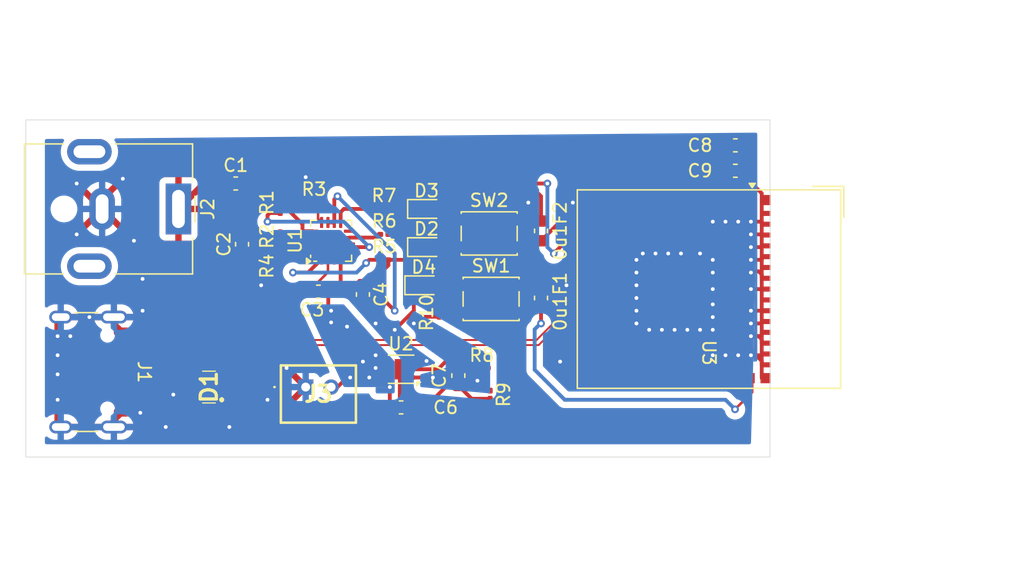
<source format=kicad_pcb>
(kicad_pcb (version 20241229) (generator "pcbnew") (generator_version "9.0")
  (layers (0 "F.Cu" signal) (4 "In1.Cu" signal) (6 "In2.Cu" signal) (2 "B.Cu" signal) (13 "F.Paste" user) (15 "B.Paste" user) (5 "F.SilkS" user "F.Silkscreen") (7 "B.SilkS" user "B.Silkscreen") (1 "F.Mask" user) (3 "B.Mask" user) (25 "Edge.Cuts" user))
  (net 0 "")
  (net 1 "Net-(U3-EN)")
  (net 2 "GND")
  (net 3 "Net-(U3-IO0)")
  (net 4 "/5VIN")
  (net 5 "Net-(C3-Pad2)")
  (net 6 "/BAT")
  (net 7 "Net-(D2-A)")
  (net 8 "/3V3")
  (net 9 "Net-(U3-3V3)")
  (net 11 "/USB_N")
  (net 12 "/USB_P")
  (net 14 "Net-(D2-K)")
  (net 15 "Net-(D3-K)")
  (net 24 "Net-(U1-EN1)")
  (net 25 "Net-(U1-TMR)")
  (net 26 "Net-(U1-ILIM)")
  (net 27 "Net-(U1-ISET)")
  (net 28 "Net-(U1-TS)")
  (net 29 "Net-(U1-~{PGOOD})")
  (net 30 "/CHG_STATUS")
  (net 31 "Net-(U2-FB)")
  (net 32 "Net-(D4-A)")
  (footprint "Resistor_SMD:R_0201_0603Metric" (layer "F.Cu") (at 155.155 98.5)
    (property "Reference" "R3")
    (property "Value" "1kR")
  )
  (footprint "Button_Switch_SMD:SW_SPST_PTS810" (layer "F.Cu") (at 169.075 106.075)
    (property "Reference" "SW1")
    (property "Value" "SW_Push")
  )
  (footprint "LED_SMD:LED_0603_1608Metric" (layer "F.Cu") (at 163.7875 105)
    (property "Reference" "D4")
    (property "Value" "LED")
  )
  (footprint "Capacitor_SMD:C_0603_1608Metric" (layer "F.Cu") (at 188.275 94)
    (property "Reference" "C8")
    (property "Value" "C")
  )
  (footprint "Resistor_SMD:R_0201_0603Metric" (layer "F.Cu") (at 160.655 99)
    (property "Reference" "R7")
    (property "Value" "1k5R")
  )
  (footprint "Capacitor_SMD:C_0603_1608Metric" (layer "F.Cu") (at 149 97)
    (property "Reference" "C1")
    (property "Value" "C")
  )
  (footprint "Button_Switch_SMD:SW_SPST_PTS810" (layer "F.Cu") (at 168.925 100.925)
    (property "Reference" "SW2")
    (property "Value" "SW_Push")
  )
  (footprint "Capacitor_SMD:C_0603_1608Metric" (layer "F.Cu") (at 166.5 112.1 -90)
    (property "Reference" "C7")
    (property "Value" "1uF")
  )
  (footprint "libs:B2BPHKS" (layer "F.Cu") (at 154.5 113 180)
    (property "Reference" "J3")
    (property "Value" "B2B-PH-K-S" (hide yes))
  )
  (footprint "Capacitor_SMD:C_0603_1608Metric" (layer "F.Cu") (at 188.275 96)
    (property "Reference" "C9")
    (property "Value" "C")
  )
  (footprint "Resistor_SMD:R_0201_0603Metric" (layer "F.Cu") (at 160.68 101)
    (property "Reference" "R6")
    (property "Value" "1k5R")
  )
  (footprint "Connector_BarrelJack:BarrelJack_CUI_PJ-063AH_Horizontal" (layer "F.Cu") (at 144.5 99 -90)
    (property "Reference" "J2")
    (property "Value" "Barrel_Jack")
  )
  (footprint "Resistor_SMD:R_0201_0603Metric" (layer "F.Cu") (at 152.5 101.155 90)
    (property "Reference" "R2")
    (property "Value" "47kR")
  )
  (footprint "Capacitor_SMD:C_0603_1608Metric" (layer "F.Cu") (at 155.5 105.5 180)
    (property "Reference" "C3")
    (property "Value" "4u7F")
  )
  (footprint "LED_SMD:LED_0603_1608Metric" (layer "F.Cu") (at 164 102)
    (property "Reference" "D2")
    (property "Value" "LED")
  )
  (footprint "Capacitor_SMD:C_0603_1608Metric" (layer "F.Cu") (at 149.5 101.775 90)
    (property "Reference" "C2")
    (property "Value" "1uF")
  )
  (footprint "Resistor_SMD:R_0201_0603Metric" (layer "F.Cu") (at 152.5 102.845 90)
    (property "Reference" "R4")
    (property "Value" "1kR")
  )
  (footprint "Connector_USB:USB_C_Receptacle_GCT_USB4105-xx-A_16P_TopMnt_Horizontal" (layer "F.Cu") (at 136.32 111.82 -90)
    (property "Reference" "J1")
    (property "Value" "USB_C_Receptacle_USB2.0_16P")
  )
  (footprint "Package_DFN_QFN:VQFN-16-1EP_3x3mm_P0.5mm_EP1.6x1.6mm" (layer "F.Cu") (at 156.5 101.5 90)
    (property "Reference" "U1")
    (property "Value" "BQ24072RGT")
  )
  (footprint "Capacitor_SMD:C_0603_1608Metric" (layer "F.Cu") (at 173 100.725 90)
    (property "Reference" "0u1F2")
    (property "Value" "C")
  )
  (footprint "Capacitor_SMD:C_0603_1608Metric" (layer "F.Cu") (at 162 114.6)
    (property "Reference" "C6")
    (property "Value" "1uF")
  )
  (footprint "Resistor_SMD:R_0201_0603Metric" (layer "F.Cu") (at 168.5 111.5)
    (property "Reference" "R8")
    (property "Value" "R")
  )
  (footprint "LED_SMD:LED_0603_1608Metric" (layer "F.Cu") (at 164 99)
    (property "Reference" "D3")
    (property "Value" "LED")
  )
  (footprint "RF_Module:ESP32-S2-MINI-1" (layer "F.Cu") (at 186.2 105.3 -90)
    (property "Reference" "U3")
    (property "Value" "ESP32-S3-MINI-1")
  )
  (footprint "Capacitor_SMD:C_0603_1608Metric" (layer "F.Cu") (at 159 105.725 -90)
    (property "Reference" "C4")
    (property "Value" "4u7F")
  )
  (footprint "Package_SON:WSON-6-1EP_2x2mm_P0.65mm_EP1x1.6mm" (layer "F.Cu") (at 162 111.6 180)
    (property "Reference" "U2")
    (property "Value" "TLV75801PDRV")
  )
  (footprint "libs:ESD8104MUTAG" (layer "F.Cu") (at 146.9 113 90)
    (property "Reference" "D1")
    (property "Value" "ESD7104MUTAG" (hide yes))
  )
  (footprint "Resistor_SMD:R_0201_0603Metric" (layer "F.Cu") (at 169 113.6 -90)
    (property "Reference" "R9")
    (property "Value" "R")
  )
  (footprint "Resistor_SMD:R_0201_0603Metric" (layer "F.Cu") (at 160.68 103)
    (property "Reference" "R5")
    (property "Value" "10kR")
  )
  (footprint "Resistor_SMD:R_0201_0603Metric" (layer "F.Cu") (at 165 107.155 90)
    (property "Reference" "R10")
    (property "Value" "1k")
  )
  (footprint "Resistor_SMD:R_0201_0603Metric" (layer "F.Cu") (at 152.5 99 90)
    (property "Reference" "R1")
    (property "Value" "47kR")
  )
  (footprint "Capacitor_SMD:C_0603_1608Metric" (layer "F.Cu") (at 173 106 90)
    (property "Reference" "0u1F1")
    (property "Value" "C")
  )
  (gr_rect (start 132.5 92) (end 191 118.5) (stroke (width 0.05)) (fill no) (layer "Edge.Cuts"))
  (segment (start 172.625 107.15) (end 173 106.775) (width 0.3) (layer "F.Cu") (net 1))
  (segment (start 189.6 112.3) (end 189.6 113.4) (width 0.2) (layer "F.Cu") (net 1))
  (segment (start 171.15 107.15) (end 172.625 107.15) (width 0.3) (layer "F.Cu") (net 1))
  (segment (start 173 106.775) (end 173 108) (width 0.3) (layer "F.Cu") (net 1))
  (segment (start 167 107.15) (end 171.15 107.15) (width 0.3) (layer "F.Cu") (net 1))
  (segment (start 189.6 113.4) (end 188.25 114.75) (width 0.2) (layer "F.Cu") (net 1))
  (via (at 188.25 114.75) (size 0.6) (drill 0.3) (layers "F.Cu" "B.Cu") (net 1))
  (via (at 173 108) (size 0.6) (drill 0.3) (layers "F.Cu" "B.Cu") (net 1))
  (segment (start 174.86219 114) (end 175 114) (width 0.3) (layer "B.Cu") (net 1))
  (segment (start 172.96319 108) (end 172.5 108.46319) (width 0.3) (layer "B.Cu") (net 1))
  (segment (start 175 114) (end 187.5 114) (width 0.3) (layer "B.Cu") (net 1))
  (segment (start 172.5 108.46319) (end 172.5 111.63781) (width 0.3) (layer "B.Cu") (net 1))
  (segment (start 172.5 111.63781) (end 174.86219 114) (width 0.3) (layer "B.Cu") (net 1))
  (segment (start 173 108) (end 172.96319 108) (width 0.3) (layer "B.Cu") (net 1))
  (segment (start 187.5 114) (end 188.25 114.75) (width 0.3) (layer "B.Cu") (net 1))
  (segment (start 171.5 97.5) (end 167.5 97.5) (width 0.3) (layer "F.Cu") (net 2))
  (segment (start 137.5 107.5) (end 135 107.5) (width 0.5) (layer "F.Cu") (net 2))
  (segment (start 154 97) (end 154.5 96.5) (width 0.3) (layer "F.Cu") (net 2))
  (segment (start 185.3 105.3) (end 186.5 105.3) (width 0.3) (layer "F.Cu") (net 2))
  (segment (start 162.8875 110.95) (end 164 110.95) (width 0.3) (layer "F.Cu") (net 2))
  (segment (start 181.55 106.95) (end 180.5 108) (width 0.3) (layer "F.Cu") (net 2))
  (segment (start 190.101 103.901) (end 190.349 104.149) (width 0.3) (layer "F.Cu") (net 2))
  (segment (start 189.05 96.475) (end 190.349 97.774) (width 0.3) (layer "F.Cu") (net 2))
  (segment (start 189.5 101) (end 190.349 101) (width 0.3) (layer "F.Cu") (net 2))
  (segment (start 164.625 114.6) (end 164.625 113.875) (width 0.3) (layer "F.Cu") (net 2))
  (segment (start 135 116.14) (end 143.5 116.14) (width 0.5) (layer "F.Cu") (net 2))
  (segment (start 135 109) (end 135 110.5) (width 0.5) (layer "F.Cu") (net 2))
  (segment (start 189.05 96) (end 189.05 96.475) (width 0.3) (layer "F.Cu") (net 2))
  (segment (start 141.68 107.5) (end 137.5 107.5) (width 0.5) (layer "F.Cu") (net 2))
  (segment (start 182 105.3) (end 182 103.65) (width 0.3) (layer "F.Cu") (net 2))
  (segment (start 185.95 106.95) (end 186.5 107.5) (width 0.3) (layer "F.Cu") (net 2))
  (segment (start 141 101.5) (end 141.68 102.18) (width 0.5) (layer "F.Cu") (net 2))
  (segment (start 185.3 106.95) (end 185.3 105.3) (width 0.3) (layer "F.Cu") (net 2))
  (segment (start 167 105) (end 171.15 105) (width 0.3) (layer "F.Cu") (net 2))
  (segment (start 190.349 102) (end 190.349 112.3) (width 0.3) (layer "F.Cu") (net 2))
  (segment (start 141.68 102.18) (end 141.68 104.5) (width 0.5) (layer "F.Cu") (net 2))
  (segment (start 142.671968 115.02) (end 141.5 115.02) (width 0.2) (layer "F.Cu") (net 2))
  (segment (start 185.3 103.65) (end 183.65 103.65) (width 0.3) (layer "F.Cu") (net 2))
  (segment (start 138.5 98.25) (end 140.125 96.625) (width 0.5) (layer "F.Cu") (net 2))
  (segment (start 182 103.65) (end 183.65 103.65) (width 0.3) (layer "F.Cu") (net 2))
  (segment (start 152.5 103.165) (end 151.5 103.165) (width 0.2) (layer "F.Cu") (net 2))
  (segment (start 189.6 98.3) (end 188.75 98.3) (width 0.3) (layer "F.Cu") (net 2))
  (segment (start 141.5 115.02) (end 140 115.02) (width 0.2) (layer "F.Cu") (net 2))
  (segment (start 151.5 103.165) (end 150.115 103.165) (width 0.2) (layer "F.Cu") (net 2))
  (segment (start 162.775 114.6) (end 162 113.825) (width 0.5) (layer "F.Cu") (net 2))
  (segment (start 151.5 103.165) (end 151.5 102.475) (width 0.3) (layer "F.Cu") (net 2))
  (segment (start 189.5 107) (end 190.349 107) (width 0.3) (layer "F.Cu") (net 2))
  (segment (start 153.335 97) (end 154.835 98.5) (width 0.3) (layer "F.Cu") (net 2))
  (segment (start 182 106.95) (end 181.55 106.95) (width 0.3) (layer "F.Cu") (net 2))
  (segment (start 171.5 98) (end 172 98.5) (width 0.3) (layer "F.Cu") (net 2))
  (segment (start 139.425 115.595) (end 140 115.02) (width 0.5) (layer "F.Cu") (net 2))
  (segment (start 182 106.95) (end 182 108) (width 0.3) (layer "F.Cu") (net 2))
  (segment (start 182 103.65) (end 180.85 103.65) (width 0.3) (layer "F.Cu") (net 2))
  (segment (start 151.5 104.5) (end 151 105) (width 0.3) (layer "F.Cu") (net 2))
  (segment (start 151.5 103.165) (end 151.5 104.5) (width 0.3) (layer "F.Cu") (net 2))
  (segment (start 166.85 98.15) (end 166.85 99.85) (width 0.3) (layer "F.Cu") (net 2))
  (segment (start 189.5 110.5) (end 189.9 110.5) (width 0.3) (layer "F.Cu") (net 2))
  (segment (start 187.5 100) (end 188.75 98.75) (width 0.3) (layer "F.Cu") (net 2))
  (segment (start 149.775 95.275) (end 149.775 97) (width 0.5) (layer "F.Cu") (net 2))
  (segment (start 142.25 94.5) (end 149 94.5) (width 0.5) (layer "F.Cu") (net 2))
  (segment (start 185.85 103.65) (end 186.5 103) (width 0.3) (layer "F.Cu") (net 2))
  (segment (start 183.65 106.95) (end 182 106.95) (width 0.3) (layer "F.Cu") (net 2))
  (segment (start 190.349 101) (end 190.349 101.05) (width 0.3) (layer "F.Cu") (net 2))
  (segment (start 189.5 100) (end 190.349 100) (width 0.3) (layer "F.Cu") (net 2))
  (segment (start 185.3 105.3) (end 185.3 103.65) (width 0.3) (layer "F.Cu") (net 2))
  (segment (start 183.65 103.15) (end 183 102.5) (width 0.3) (layer "F.Cu") (net 2))
  (segment (start 171.5 97.5) (end 171.5 98) (width 0.3) (layer "F.Cu") (net 2))
  (segment (start 190.349 109) (end 190.349 108.7) (width 0.3) (layer "F.Cu") (net 2))
  (segment (start 183.65 105.3) (end 185.3 105.3) (width 0.3) (layer "F.Cu") (net 2))
  (segment (start 188.5 100) (end 189.5 100) (width 0.3) (layer "F.Cu") (net 2))
  (segment (start 190.349 108) (end 190.349 107.85) (width 0.3) (layer "F.Cu") (net 2))
  (segment (start 189.9 110.5) (end 190.349 110.949) (width 0.3) (layer "F.Cu") (net 2))
  (segment (start 187.5 111.9) (end 187.9 112.3) (width 0.3) (layer "F.Cu") (net 2))
  (segment (start 183.65 103.65) (end 183.65 103.15) (width 0.3) (layer "F.Cu") (net 2))
  (segment (start 151.5 102.475) (end 152.5 101.475) (width 0.3) (layer "F.Cu") (net 2))
  (segment (start 189.5 108) (end 190.349 108) (width 0.3) (layer "F.Cu") (net 2))
  (segment (start 185.3 106.95) (end 185.3 107.3) (width 0.3) (layer "F.Cu") (net 2))
  (segment (start 190.349 110.5) (end 190.349 110.4) (width 0.3) (layer "F.Cu") (net 2))
  (segment (start 159 106.5) (end 159 107) (width 0.3) (layer "F.Cu") (net 2))
  (segment (start 167.545 113.92) (end 169 113.92) (width 0.3) (layer "F.Cu") (net 2))
  (segment (start 141.68 104.5) (end 141.68 107) (width 0.5) (layer "F.Cu") (net 2))
  (segment (start 186.15 103.65) (end 186.5 104) (width 0.3) (layer "F.Cu") (net 2))
  (segment (start 182 103.65) (end 182 102.5) (width 0.3) (layer "F.Cu") (net 2))
  (segment (start 190.349 97.774) (end 190.349 102) (width 0.3) (layer "F.Cu") (net 2))
  (segment (start 183.65 106.95) (end 185.3 106.95) (width 0.3) (layer "F.Cu") (net 2))
  (segment (start 139.425 108.045) (end 140 108.62) (width 0.5) (layer "F.Cu") (net 2))
  (segment (start 190.349 109.249) (end 190.349 109.55) (width 0.3) (layer "F.Cu") (net 2))
  (segment (start 189.5 109) (end 190.1 109) (width 0.3) (layer "F.Cu") (net 2))
  (segment (start 173 105.225) (end 171.375 105.225) (width 0.3) (layer "F.Cu") (net 2))
  (segment (start 185.3 106.95) (end 185.95 106.95) (width 0.3) (layer "F.Cu") (net 2))
  (segment (start 183.65 102.85) (end 184 102.5) (width 0.3) (layer "F.Cu") (net 2))
  (segment (start 144.691968 113) (end 144.095984 113.595984) (width 0.2) (layer "F.Cu") (net 2))
  (segment (start 154.5 113) (end 153 111.5) (width 0.5) (layer "F.Cu") (net 2))
  (segment (start 190.349 104.149) (end 190.349 104.45) (width 0.3) (layer "F.Cu") (net 2))
  (segment (start 183.65 106.95) (end 183.65 107.65) (width 0.3) (layer "F.Cu") (net 2))
  (segment (start 186.5 110.5) (end 187.05 111.05) (width 0.3) (layer "F.Cu") (net 2))
  (segment (start 190.349 100) (end 190.349 100.2) (width 0.3) (layer "F.Cu") (net 2))
  (segment (start 152 114.5) (end 151.5 114) (width 0.5) (layer "F.Cu") (net 2))
  (segment (start 176.65 112.3) (end 175.8 112.3) (width 0.3) (layer "F.Cu") (net 2))
  (segment (start 161 108) (end 161.5 108.5) (width 0.3) (layer "F.Cu") (net 2))
  (segment (start 163 107) (end 161.5 108.5) (width 0.3) (layer "F.Cu") (net 2))
  (segment (start 182 106.95) (end 180.55 106.95) (width 0.3) (layer "F.Cu") (net 2))
  (segment (start 175.7 98.3) (end 175.5 98.5) (width 0.3) (layer "F.Cu") (net 2))
  (segment (start 181.15 103.65) (end 180.5 103) (width 0.3) (layer "F.Cu") (net 2))
  (segment (start 166.5 112.875) (end 167.545 113.92) (width 0.3) (layer "F.Cu") (net 2))
  (segment (start 135 114) (end 135 116.14) (width 0.5) (layer "F.Cu") (net 2))
  (segment (start 189.599 103.901) (end 190.101 103.901) (width 0.3) (layer "F.Cu") (net 2))
  (segment (start 162 111.6) (end 162.65 110.95) (width 0.3) (layer "F.Cu") (net 2))
  (segment (start 183.65 108.35) (end 183.5 108.5) (width 0.3) (layer "F.Cu") (net 2))
  (segment (start 185.3 106.95) (end 186.05 106.95) (width 0.3) (layer "F.Cu") (net 2))
  (segment (start 182 108) (end 181.5 108.5) (width 0.3) (layer "F.Cu") (net 2))
  (segment (start 187.05 111.05) (end 187.05 112.3) (width 0.3) (layer "F.Cu") (net 2))
  (segment (start 138.5 99) (end 136.5 101) (width 0.5) (layer "F.Cu") (net 2))
  (segment (start 183.65 106.95) (end 183.65 108.35) (width 0.3) (layer "F.Cu") (net 2))
  (segment (start 180.55 106.95) (end 180.5 107) (width 0.3) (layer "F.Cu") (net 2))
  (segment (start 151.36 116.14) (end 152 115.5) (width 0.5) (layer "F.Cu") (net 2))
  (segment (start 144.095984 113.595984) (end 142.671968 115.02) (width 0.2) (layer "F.Cu") (net 2))
  (segment (start 164.625 113.875) (end 165.625 112.875) (width 0.3) (layer "F.Cu") (net 2))
  (segment (start 183.65 103.65) (end 183.65 102.85) (width 0.3) (layer "F.Cu") (net 2))
  (segment (start 173 105.225) (end 174.775 105.225) (width 0.3) (layer "F.Cu") (net 2))
  (segment (start 135 112) (end 135 114) (width 0.5) (layer "F.Cu") (net 2))
  (segment (start 173 99.95) (end 173 98) (width 0.3) (layer "F.Cu") (net 2))
  (segment (start 146.5 113) (end 144.691968 113) (width 0.2) (layer "F.Cu") (net 2))
  (segment (start 150.115 103.165) (end 149.5 102.55) (width 0.2) (layer "F.Cu") (net 2))
  (segment (start 180.85 103.65) (end 180.5 104) (width 0.3) (layer "F.Cu") (net 2))
  (segment (start 182 103.65) (end 182 103.5) (width 0.3) (layer "F.Cu") (net 2))
  (segment (start 171 99.85) (end 166.85 99.85) (width 0.3) (layer "F.Cu") (net 2))
  (segment (start 152 115.5) (end 154.5 113) (width 0.5) (layer "F.Cu") (net 2))
  (segment (start 185.3 103.65) (end 185.3 102.7) (width 0.3) (layer "F.Cu") (net 2))
  (segment (start 149.775 97) (end 153.335 97) (width 0.3) (layer "F.Cu") (net 2))
  (segment (start 187.5 110.5) (end 187.5 111.9) (width 0.3) (layer "F.Cu") (net 2))
  (segment (start 135 110.5) (end 135 112) (width 0.5) (layer "F.Cu") (net 2))
  (segment (start 167.5 97.5) (end 166.85 98.15) (width 0.3) (layer "F.Cu") (net 2))
  (segment (start 189.5 104) (end 189.599 103.901) (width 0.3) (layer "F.Cu") (net 2))
  (segment (start 185.3 107.3) (end 186.5 108.5) (width 0.3) (layer "F.Cu") (net 2))
  (segment (start 189.5 102) (end 190.349 102) (width 0.3) (layer "F.Cu") (net 2))
  (segment (start 182 105.3) (end 180.8 105.3) (width 0.3) (layer "F.Cu") (net 2))
  (segment (start 181.2 105.3) (end 180.5 106) (width 0.3) (layer "F.Cu") (net 2))
  (segment (start 185.3 102.7) (end 185.5 102.5) (width 0.3) (layer "F.Cu") (net 2))
  (segment (start 135 107.5) (end 135 109) (width 0.5) (layer "F.Cu") (net 2))
  (segment (start 174.775 105.225) (end 175 105) (width 0.3) (layer "F.Cu") (net 2))
  (segment (start 185.3 103.65) (end 185.85 103.65) (width 0.3) (layer "F.Cu") (net 2))
  (segment (start 182 103.5) (end 181 102.5) (width 0.3) (layer "F.Cu") (net 2))
  (segment (start 185.3 103.65) (end 186.15 103.65) (width 0.3) (layer "F.Cu") (net 2))
  (segment (start 183.65 105.3) (end 183.65 106.95) (width 0.3) (layer "F.Cu") (net 2))
  (segment (start 149 94.5) (end 149.775 95.275) (width 0.5) (layer "F.Cu") (net 2))
  (segment (start 147.3 113) (end 146.5 113) (width 0.3) (layer "F.Cu") (net 2))
  (segment (start 163 105) (end 163 107) (width 0.3) (layer "F.Cu") (net 2))
  (segment (start 172.5 97.5) (end 171.5 97.5) (width 0.3) (layer "F.Cu") (net 2))
  (segment (start 173 99.95) (end 171.1 99.95) (width 0.3) (layer "F.Cu") (net 2))
  (segment (start 190.349 110.949) (end 190.349 111.25) (width 0.3) (layer "F.Cu") (net 2))
  (segment (start 138.5 99) (end 141 101.5) (width 0.5) (layer "F.Cu") (net 2))
  (segment (start 189.5 103) (end 190.349 103) (width 0.3) (layer "F.Cu") (net 2))
  (segment (start 140.125 96.625) (end 142.25 94.5) (width 0.5) (layer "F.Cu") (net 2))
  (segment (start 182 103.65) (end 181.15 103.65) (width 0.3) (layer "F.Cu") (net 2))
  (segment (start 190.1 109) (end 190.349 109.249) (width 0.3) (layer "F.Cu") (net 2))
  (segment (start 159 106.5) (end 157.25 104.75) (width 0.3) (layer "F.Cu") (net 2))
  (segment (start 182 105.3) (end 181.2 105.3) (width 0.3) (layer "F.Cu") (net 2))
  (segment (start 173 98) (end 172.5 97.5) (width 0.3) (layer "F.Cu") (net 2))
  (segment (start 162 113.825) (end 162 111.6) (width 0.5) (layer "F.Cu") (net 2))
  (segment (start 189.5 110.5) (end 190.349 110.5) (width 0.3) (layer "F.Cu") (net 2))
  (segment (start 138.5 99) (end 138.5 98.25) (width 0.5) (layer "F.Cu") (net 2))
  (segment (start 139.425 116.14) (end 139.425 115.595) (width 0.5) (layer "F.Cu") (net 2))
  (segment (start 175.8 112.3) (end 174.5 111) (width 0.3) (layer "F.Cu") (net 2))
  (segment (start 186.5 105.3) (end 189.5 105.3) (width 0.3) (layer "F.Cu") (net 2))
  (segment (start 185.3 108.3) (end 185.5 108.5) (width 0.3) (layer "F.Cu") (net 2))
  (segment (start 171.375 105.225) (end 171.15 105) (width 0.3) (layer "F.Cu") (net 2))
  (segment (start 188.75 98.75) (end 188.75 98.3) (width 0.3) (layer "F.Cu") (net 2))
  (segment (start 182 105.3) (end 183.65 105.3) (width 0.3) (layer "F.Cu") (net 2))
  (segment (start 143.5 116.14) (end 148.5 116.14) (width 0.5) (layer "F.Cu") (net 2))
  (segment (start 139.425 107.5) (end 139.425 108.045) (width 0.5) (layer "F.Cu") (net 2))
  (segment (start 159 107) (end 160 108) (width 0.3) (layer "F.Cu") (net 2))
  (segment (start 189.05 94) (end 189.05 96) (width 0.3) (layer "F.Cu") (net 2))
  (segment (start 182 106.95) (end 182 105.3) (width 0.3) (layer "F.Cu") (net 2))
  (segment (start 162.775 114.6) (end 164.625 114.6) (width 0.3) (layer "F.Cu") (net 2))
  (segment (start 182 108) (end 182.5 108.5) (width 0.3) (layer "F.Cu") (net 2))
  (segment (start 138.5 99) (end 136.5 97) (width 0.5) (layer "F.Cu") (net 2))
  (segment (start 157.25 104.75) (end 157.25 102.9375) (width 0.3) (layer "F.Cu") (net 2))
  (segment (start 183.65 107.65) (end 184.5 108.5) (width 0.3) (layer "F.Cu") (net 2))
  (segment (start 189.5 109) (end 190.349 109) (width 0.3) (layer "F.Cu") (net 2))
  (segment (start 183.65 103.65) (end 183.65 105.3) (width 0.3) (layer "F.Cu") (net 2))
  (segment (start 190.349 103) (end 190.349 102.75) (width 0.3) (layer "F.Cu") (net 2))
  (segment (start 180.8 105.3) (end 180.5 105) (width 0.3) (layer "F.Cu") (net 2))
  (segment (start 171.1 99.95) (end 171 99.85) (width 0.3) (layer "F.Cu") (net 2))
  (segment (start 185.3 106.95) (end 185.3 108.3) (width 0.3) (layer "F.Cu") (net 2))
  (segment (start 186.05 106.95) (end 186.5 106.5) (width 0.3) (layer "F.Cu") (net 2))
  (segment (start 141.68 107) (end 141.68 107.5) (width 0.5) (layer "F.Cu") (net 2))
  (segment (start 153.335 97) (end 154 97) (width 0.3) (layer "F.Cu") (net 2))
  (segment (start 148.5 116.14) (end 151.36 116.14) (width 0.5) (layer "F.Cu") (net 2))
  (segment (start 152 115.5) (end 152 114.5) (width 0.5) (layer "F.Cu") (net 2))
  (segment (start 162.65 110.95) (end 162.8875 110.95) (width 0.3) (layer "F.Cu") (net 2))
  (segment (start 189.5 105.3) (end 190.349 105.3) (width 0.3) (layer "F.Cu") (net 2))
  (segment (start 176.65 98.3) (end 175.7 98.3) (width 0.3) (layer "F.Cu") (net 2))
  (segment (start 165.625 112.875) (end 166.5 112.875) (width 0.3) (layer "F.Cu") (net 2))
  (segment (start 160 108) (end 161 108) (width 0.3) (layer "F.Cu") (net 2))
  (via (at 189.5 109) (size 0.6) (drill 0.3) (layers "F.Cu" "B.Cu") (net 2))
  (via (at 189.5 110.5) (size 0.6) (drill 0.3) (layers "F.Cu" "B.Cu") (net 2))
  (via (at 189.5 108) (size 0.6) (drill 0.3) (layers "F.Cu" "B.Cu") (net 2))
  (via (at 175 105) (size 0.6) (drill 0.3) (layers "F.Cu" "B.Cu") (net 2))
  (via (at 141.5 115.02) (size 0.6) (drill 0.3) (layers "F.Cu" "B.Cu") (net 2))
  (via (at 136.5 97) (size 0.6) (drill 0.3) (layers "F.Cu" "B.Cu") (net 2))
  (via (at 180.5 105) (size 0.6) (drill 0.3) (layers "F.Cu" "B.Cu") (net 2))
  (via (at 186.5 110.5) (size 0.6) (drill 0.3) (layers "F.Cu" "B.Cu") (net 2))
  (via (at 180.5 108) (size 0.6) (drill 0.3) (layers "F.Cu" "B.Cu") (net 2))
  (via (at 174.5 111) (size 0.6) (drill 0.3) (layers "F.Cu" "B.Cu") (net 2))
  (via (at 180.5 106) (size 0.6) (drill 0.3) (layers "F.Cu" "B.Cu") (net 2))
  (via (at 189.5 105.3) (size 0.6) (drill 0.3) (layers "F.Cu" "B.Cu") (net 2))
  (via (at 189.5 101) (size 0.6) (drill 0.3) (layers "F.Cu" "B.Cu") (net 2))
  (via (at 183 102.5) (size 0.6) (drill 0.3) (layers "F.Cu" "B.Cu") (net 2))
  (via (at 154.5 96.5) (size 0.6) (drill 0.3) (layers "F.Cu" "B.Cu") (net 2))
  (via (at 186.5 108.5) (size 0.6) (drill 0.3) (layers "F.Cu" "B.Cu") (net 2))
  (via (at 144.095984 113.595984) (size 0.6) (drill 0.3) (layers "F.Cu" "B.Cu") (net 2))
  (via (at 148.5 116.14) (size 0.6) (drill 0.3) (layers "F.Cu" "B.Cu") (net 2))
  (via (at 141.68 107) (size 0.6) (drill 0.3) (layers "F.Cu" "B.Cu") (net 2))
  (via (at 136.5 101) (size 0.6) (drill 0.3) (layers "F.Cu" "B.Cu") (net 2))
  (via (at 180.5 107) (size 0.6) (drill 0.3) (layers "F.Cu" "B.Cu") (net 2))
  (via (at 164 110.95) (size 0.6) (drill 0.3) (layers "F.Cu" "B.Cu") (net 2))
  (via (at 186.5 105.3) (size 0.6) (drill 0.3) (layers "F.Cu" "B.Cu") (net 2))
  (via (at 184.5 108.5) (size 0.6) (drill 0.3) (layers "F.Cu" "B.Cu") (net 2))
  (via (at 153 111.5) (size 0.6) (drill 0.3) (layers "F.Cu" "B.Cu") (net 2))
  (via (at 189.5 102) (size 0.6) (drill 0.3) (layers "F.Cu" "B.Cu") (net 2))
  (via (at 185.5 108.5) (size 0.6) (drill 0.3) (layers "F.Cu" "B.Cu") (net 2))
  (via (at 137.5 107.5) (size 0.6) (drill 0.3) (layers "F.Cu" "B.Cu") (net 2))
  (via (at 141.68 104.5) (size 0.6) (drill 0.3) (layers "F.Cu" "B.Cu") (net 2))
  (via (at 161.5 108.5) (size 0.6) (drill 0.3) (layers "F.Cu" "B.Cu") (net 2))
  (via (at 189.5 107) (size 0.6) (drill 0.3) (layers "F.Cu" "B.Cu") (net 2))
  (via (at 140.125 96.625) (size 0.6) (drill 0.3) (layers "F.Cu" "B.Cu") (net 2))
  (via (at 181.5 108.5) (size 0.6) (drill 0.3) (layers "F.Cu" "B.Cu") (net 2))
  (via (at 135 109) (size 0.6) (drill 0.3) (layers "F.Cu" "B.Cu") (net 2))
  (via (at 182 102.5) (size 0.6) (drill 0.3) (layers "F.Cu" "B.Cu") (net 2))
  (via (at 188.5 110.5) (size 0.6) (drill 0.3) (layers "F.Cu" "B.Cu") (net 2))
  (via (at 186.5 107.5) (size 0.6) (drill 0.3) (layers "F.Cu" "B.Cu") (net 2))
  (via (at 186.5 103) (size 0.6) (drill 0.3) (layers "F.Cu" "B.Cu") (net 2))
  (via (at 181 102.5) (size 0.6) (drill 0.3) (layers "F.Cu" "B.Cu") (net 2))
  (via (at 151 105) (size 0.6) (drill 0.3) (layers "F.Cu" "B.Cu") (net 2))
  (via (at 180.5 104) (size 0.6) (drill 0.3) (layers "F.Cu" "B.Cu") (net 2))
  (via (at 185.5 102.5) (size 0.6) (drill 0.3) (layers "F.Cu" "B.Cu") (net 2))
  (via (at 143.5 116.14) (size 0.6) (drill 0.3) (layers "F.Cu" "B.Cu") (net 2))
  (via (at 187.5 110.5) (size 0.6) (drill 0.3) (layers "F.Cu" "B.Cu") (net 2))
  (via (at 135 112) (size 0.6) (drill 0.3) (layers "F.Cu" "B.Cu") (net 2))
  (via (at 187.5 100) (size 0.6) (drill 0.3) (layers "F.Cu" "B.Cu") (net 2))
  (via (at 180.5 103) (size 0.6) (drill 0.3) (layers "F.Cu" "B.Cu") (net 2))
  (via (at 175.5 98.5) (size 0.6) (drill 0.3) (layers "F.Cu" "B.Cu") (net 2))
  (via (at 189.5 100) (size 0.6) (drill 0.3) (layers "F.Cu" "B.Cu") (net 2))
  (via (at 141 101.5) (size 0.6) (drill 0.3) (layers "F.Cu" "B.Cu") (net 2))
  (via (at 135 110.5) (size 0.6) (drill 0.3) (layers "F.Cu" "B.Cu") (net 2))
  (via (at 186.5 104) (size 0.6) (drill 0.3) (layers "F.Cu" "B.Cu") (net 2))
  (via (at 186.5 106.5) (size 0.6) (drill 0.3) (layers "F.Cu" "B.Cu") (net 2))
  (via (at 151.5 114) (size 0.6) (drill 0.3) (layers "F.Cu" "B.Cu") (net 2))
  (via (at 135 114) (size 0.6) (drill 0.3) (layers "F.Cu" "B.Cu") (net 2))
  (via (at 189.5 103) (size 0.6) (drill 0.3) (layers "F.Cu" "B.Cu") (net 2))
  (via (at 186.5 100) (size 0.6) (drill 0.3) (layers "F.Cu" "B.Cu") (net 2))
  (via (at 182.5 108.5) (size 0.6) (drill 0.3) (layers "F.Cu" "B.Cu") (net 2))
  (via (at 184 102.5) (size 0.6) (drill 0.3) (layers "F.Cu" "B.Cu") (net 2))
  (via (at 183.5 108.5) (size 0.6) (drill 0.3) (layers "F.Cu" "B.Cu") (net 2))
  (via (at 136 109) (size 0.6) (drill 0.3) (layers "F.Cu" "B.Cu") (net 2))
  (via (at 188.5 100) (size 0.6) (drill 0.3) (layers "F.Cu" "B.Cu") (net 2))
  (via (at 172 98.5) (size 0.6) (drill 0.3) (layers "F.Cu" "B.Cu") (net 2))
  (via (at 160 108) (size 0.6) (drill 0.3) (layers "F.Cu" "B.Cu") (net 2))
  (via (at 189.5 104) (size 0.6) (drill 0.3) (layers "F.Cu" "B.Cu") (net 2))
  (segment (start 161.5 108.5) (end 162 108.5) (width 0.3) (layer "B.Cu") (net 2))
  (segment (start 162.349 108.849) (end 162.5 109) (width 0.3) (layer "B.Cu") (net 2))
  (segment (start 162 108.5) (end 162.5 109) (width 0.3) (layer "B.Cu") (net 2))
  (segment (start 174.5 97) (end 186.45 97) (width 0.3) (layer "F.Cu") (net 3))
  (segment (start 171 102) (end 172.5 102) (width 0.3) (layer "F.Cu") (net 3))
  (segment (start 171 102) (end 166.85 102) (width 0.3) (layer "F.Cu") (net 3))
  (segment (start 172.5 102) (end 173 101.5) (width 0.3) (layer "F.Cu") (net 3))
  (segment (start 174.5 100) (end 174.5 97) (width 0.3) (layer "F.Cu") (net 3))
  (segment (start 187.05 97.6) (end 187.05 98.3) (width 0.3) (layer "F.Cu") (net 3))
  (segment (start 186.45 97) (end 187.05 97.6) (width 0.3) (layer "F.Cu") (net 3))
  (segment (start 173 101.5) (end 174.5 100) (width 0.3) (layer "F.Cu") (net 3))
  (segment (start 149.5 101) (end 149.5 99.5) (width 0.3) (layer "F.Cu") (net 4))
  (segment (start 148.165704 112.474) (end 147.3 112.474) (width 0.2) (layer "F.Cu") (net 4))
  (segment (start 146.5 97) (end 144.5 99) (width 0.5) (layer "F.Cu") (net 4))
  (segment (start 152.730582 98.68) (end 154.25 100.199418) (width 0.3) (layer "F.Cu") (net 4))
  (segment (start 148.319852 108.180148) (end 148.319852 112.319852) (width 0.3) (layer "F.Cu") (net 4))
  (segment (start 148.5 108) (end 148.319852 108.180148) (width 0.3) (layer "F.Cu") (net 4))
  (segment (start 149.5 99.5) (end 150.32 98.68) (width 0.3) (layer "F.Cu") (net 4))
  (segment (start 149.5 101) (end 146.5 101) (width 0.5) (layer "F.Cu") (net 4))
  (segment (start 154.25 100.75) (end 155.0625 100.75) (width 0.3) (layer "F.Cu") (net 4))
  (segment (start 152.5 98.68) (end 152.730582 98.68) (width 0.3) (layer "F.Cu") (net 4))
  (segment (start 148.225 97) (end 146.5 97) (width 0.5) (layer "F.Cu") (net 4))
  (segment (start 150.32 98.68) (end 152.5 98.68) (width 0.3) (layer "F.Cu") (net 4))
  (segment (start 154.25 100.199418) (end 154.25 100.75) (width 0.3) (layer "F.Cu") (net 4))
  (segment (start 148.319852 112.319852) (end 148.165704 112.474) (width 0.2) (layer "F.Cu") (net 4))
  (segment (start 156.25 103.975) (end 154.725 105.5) (width 0.2) (layer "F.Cu") (net 5))
  (segment (start 156.25 102.9375) (end 156.25 103.975) (width 0.2) (layer "F.Cu") (net 5))
  (segment (start 160 111.5) (end 160 111.875001) (width 0.3) (layer "F.Cu") (net 6))
  (segment (start 160 110.5) (end 160 111.5) (width 0.3) (layer "F.Cu") (net 6))
  (segment (start 161.1125 113) (end 161.1125 112.25) (width 0.3) (layer "F.Cu") (net 6))
  (segment (start 161.225 114.6) (end 161.1125 114.4875) (width 0.3) (layer "F.Cu") (net 6))
  (segment (start 156.275 105.5) (end 156.275 106.775) (width 0.3) (layer "F.Cu") (net 6))
  (segment (start 161.1125 110.95) (end 160.925001 110.95) (width 0.3) (layer "F.Cu") (net 6))
  (segment (start 158 112.25) (end 159.5 112.25) (width 0.3) (layer "F.Cu") (net 6))
  (segment (start 159.5 112.25) (end 160 112.25) (width 0.3) (layer "F.Cu") (net 6))
  (segment (start 157.75 112.25) (end 158 112.25) (width 0.3) (layer "F.Cu") (net 6))
  (segment (start 157 113) (end 157.75 112.25) (width 0.3) (layer "F.Cu") (net 6))
  (segment (start 156.5 113) (end 157 113) (width 0.3) (layer "F.Cu") (net 6))
  (segment (start 156.275 106.775) (end 156.5 107) (width 0.3) (layer "F.Cu") (net 6))
  (segment (start 160 111.875001) (end 160 112.25) (width 0.3) (layer "F.Cu") (net 6))
  (segment (start 160.925001 110.95) (end 160 111.875001) (width 0.3) (layer "F.Cu") (net 6))
  (segment (start 160 112.25) (end 161.1125 112.25) (width 0.3) (layer "F.Cu") (net 6))
  (segment (start 161.1125 114.4875) (end 161.1125 113) (width 0.3) (layer "F.Cu") (net 6))
  (via (at 157.75 108.25) (size 0.6) (drill 0.3) (layers "F.Cu" "B.Cu") (net 6))
  (via (at 158 112.25) (size 0.6) (drill 0.3) (layers "F.Cu" "B.Cu") (net 6))
  (via (at 159.5 112.25) (size 0.6) (drill 0.3) (layers "F.Cu" "B.Cu") (net 6))
  (via (at 160 111.5) (size 0.6) (drill 0.3) (layers "F.Cu" "B.Cu") (net 6))
  (via (at 156.5 107) (size 0.6) (drill 0.3) (layers "F.Cu" "B.Cu") (net 6))
  (via (at 161.1125 113) (size 0.6) (drill 0.3) (layers "F.Cu" "B.Cu") (net 6))
  (via (at 156.5 107.920654) (size 0.6) (drill 0.3) (layers "F.Cu" "B.Cu") (net 6))
  (via (at 160 110.5) (size 0.6) (drill 0.3) (layers "F.Cu" "B.Cu") (net 6))
  (via (at 159 111) (size 0.6) (drill 0.3) (layers "F.Cu" "B.Cu") (net 6))
  (segment (start 157.420654 107.920654) (end 157.75 108.25) (width 0.3) (layer "B.Cu") (net 6))
  (segment (start 156.5 107.920654) (end 157.420654 107.920654) (width 0.3) (layer "B.Cu") (net 6))
  (segment (start 156.5 107) (end 156.5 107.920654) (width 0.3) (layer "B.Cu") (net 6))
  (segment (start 157.75 108.25) (end 160 110.5) (width 0.3) (layer "B.Cu") (net 6))
  (segment (start 156.75 100.0625) (end 156.75 98.25) (width 0.3) (layer "F.Cu") (net 7))
  (segment (start 160.2125 104.2125) (end 160.2125 105.7125) (width 0.3) (layer "F.Cu") (net 7))
  (segment (start 164.7875 102) (end 163.7875 103) (width 0.3) (layer "F.Cu") (net 7))
  (segment (start 156.75 98.25) (end 157 98) (width 0.3) (layer "F.Cu") (net 7))
  (segment (start 159 104.95) (end 159.475 104.95) (width 0.3) (layer "F.Cu") (net 7))
  (segment (start 160.2125 104.2125) (end 161 103.425) (width 0.3) (layer "F.Cu") (net 7))
  (segment (start 159.475 104.95) (end 160.2125 104.2125) (width 0.3) (layer "F.Cu") (net 7))
  (segment (start 160.2125 105.7125) (end 161.5 107) (width 0.3) (layer "F.Cu") (net 7))
  (segment (start 164.7875 102) (end 164.7875 99) (width 0.3) (layer "F.Cu") (net 7))
  (segment (start 161 103.425) (end 161 103) (width 0.3) (layer "F.Cu") (net 7))
  (segment (start 163.7875 103) (end 161 103) (width 0.3) (layer "F.Cu") (net 7))
  (segment (start 156.75 100.0625) (end 156.25 100.0625) (width 0.3) (layer "F.Cu") (net 7))
  (via (at 161.5 107) (size 0.6) (drill 0.3) (layers "F.Cu" "B.Cu") (net 7))
  (via (at 157 98) (size 0.6) (drill 0.3) (layers "F.Cu" "B.Cu") (net 7))
  (segment (start 161.5 102.5) (end 161.5 107) (width 0.3) (layer "B.Cu") (net 7))
  (segment (start 157 98) (end 161.5 102.5) (width 0.3) (layer "B.Cu") (net 7))
  (segment (start 168.18 111.5) (end 166.675 111.5) (width 0.3) (layer "F.Cu") (net 8))
  (segment (start 163.525 107.475) (end 163 108) (width 0.3) (layer "F.Cu") (net 8))
  (segment (start 165 107.475) (end 163.525 107.475) (width 0.3) (layer "F.Cu") (net 8))
  (segment (start 168 112.5) (end 168 111.68) (width 0.3) (layer "F.Cu") (net 8))
  (segment (start 168 111.68) (end 168.18 111.5) (width 0.3) (layer "F.Cu") (net 8))
  (segment (start 162.8875 112.25) (end 164.5 112.25) (width 0.3) (layer "F.Cu") (net 8))
  (segment (start 165.575 112.25) (end 166.5 111.325) (width 0.3) (layer "F.Cu") (net 8))
  (segment (start 164.5 112.25) (end 165.575 112.25) (width 0.3) (layer "F.Cu") (net 8))
  (segment (start 166.675 111.5) (end 166.5 111.325) (width 0.3) (layer "F.Cu") (net 8))
  (via (at 164.5 112.25) (size 0.6) (drill 0.3) (layers "F.Cu" "B.Cu") (net 8))
  (via (at 163 108) (size 0.6) (drill 0.3) (layers "F.Cu" "B.Cu") (net 8))
  (via (at 168 112.5) (size 0.6) (drill 0.3) (layers "F.Cu" "B.Cu") (net 8))
  (segment (start 187.9 96.4) (end 187.9 98.3) (width 0.3) (layer "F.Cu") (net 9))
  (segment (start 187.5 94) (end 187.5 96) (width 0.3) (layer "F.Cu") (net 9))
  (segment (start 187.5 96) (end 187.9 96.4) (width 0.3) (layer "F.Cu") (net 9))
  (segment (start 175.974 105.674) (end 176.276 105.674) (width 0.15) (layer "F.Cu") (net 11))
  (segment (start 149.917156 109.3) (end 172.65 109.3) (width 0.15) (layer "F.Cu") (net 11))
  (segment (start 144.924998 112.095) (end 143.142501 112.095) (width 0.2) (layer "F.Cu") (net 11))
  (segment (start 148.8 112.442158) (end 148.8 110.417156) (width 0.15) (layer "F.Cu") (net 11))
  (segment (start 147.3 113.5) (end 147.425 113.5) (width 0.15) (layer "F.Cu") (net 11))
  (segment (start 143.142501 112.095) (end 143.117501 112.07) (width 0.2) (layer "F.Cu") (net 11))
  (segment (start 147.475 113.55) (end 147.692158 113.55) (width 0.15) (layer "F.Cu") (net 11))
  (segment (start 175.974 105.976) (end 175.974 105.674) (width 0.15) (layer "F.Cu") (net 11))
  (segment (start 146.049999 112.075) (end 146.124999 112) (width 0.15) (layer "F.Cu") (net 11))
  (segment (start 147.692158 113.55) (end 148.8 112.442158) (width 0.15) (layer "F.Cu") (net 11))
  (segment (start 176.276 105.674) (end 176.65 105.3) (width 0.15) (layer "F.Cu") (net 11))
  (segment (start 146.124999 112) (end 146.5 112) (width 0.15) (layer "F.Cu") (net 11))
  (segment (start 143.117501 112.07) (end 140 112.07) (width 0.2) (layer "F.Cu") (net 11))
  (segment (start 144.944998 112.075) (end 146.049999 112.075) (width 0.15) (layer "F.Cu") (net 11))
  (segment (start 148.8 110.417156) (end 149.917156 109.3) (width 0.15) (layer "F.Cu") (net 11))
  (segment (start 147.425 113.5) (end 147.475 113.55) (width 0.15) (layer "F.Cu") (net 11))
  (segment (start 144.924998 112.095) (end 144.944998 112.075) (width 0.15) (layer "F.Cu") (net 11))
  (segment (start 172.65 109.3) (end 175.974 105.976) (width 0.15) (layer "F.Cu") (net 11))
  (segment (start 150.082844 109.7) (end 172.815686 109.7) (width 0.15) (layer "F.Cu") (net 12))
  (segment (start 145.126742 112.425) (end 146.049999 112.425) (width 0.15) (layer "F.Cu") (net 12))
  (segment (start 149.2 110.582844) (end 150.082844 109.7) (width 0.15) (layer "F.Cu") (net 12))
  (segment (start 147.425 114) (end 147.475 113.95) (width 0.15) (layer "F.Cu") (net 12))
  (segment (start 147.3 114) (end 147.425 114) (width 0.15) (layer "F.Cu") (net 12))
  (segment (start 146.049999 112.425) (end 146.124999 112.5) (width 0.15) (layer "F.Cu") (net 12))
  (segment (start 144.998998 112.471) (end 145.080742 112.471) (width 0.15) (layer "F.Cu") (net 12))
  (segment (start 146.124999 112.5) (end 146.5 112.5) (width 0.15) (layer "F.Cu") (net 12))
  (segment (start 147.475 113.95) (end 147.857846 113.95) (width 0.15) (layer "F.Cu") (net 12))
  (segment (start 147.857846 113.95) (end 149.2 112.607846) (width 0.15) (layer "F.Cu") (net 12))
  (segment (start 149.2 112.607846) (end 149.2 110.582844) (width 0.15) (layer "F.Cu") (net 12))
  (segment (start 143.117501 112.57) (end 140 112.57) (width 0.2) (layer "F.Cu") (net 12))
  (segment (start 144.924998 112.545) (end 144.998998 112.471) (width 0.15) (layer "F.Cu") (net 12))
  (segment (start 145.080742 112.471) (end 145.126742 112.425) (width 0.15) (layer "F.Cu") (net 12))
  (segment (start 144.924998 112.545) (end 143.142501 112.545) (width 0.2) (layer "F.Cu") (net 12))
  (segment (start 143.142501 112.545) (end 143.117501 112.57) (width 0.2) (layer "F.Cu") (net 12))
  (segment (start 172.815686 109.7) (end 176.365686 106.15) (width 0.15) (layer "F.Cu") (net 12))
  (segment (start 176.365686 106.15) (end 176.65 106.15) (width 0.15) (layer "F.Cu") (net 12))
  (segment (start 162.2125 101) (end 163.2125 102) (width 0.3) (layer "F.Cu") (net 14))
  (segment (start 161 101) (end 162.2125 101) (width 0.3) (layer "F.Cu") (net 14))
  (segment (start 160.975 99) (end 163.2125 99) (width 0.3) (layer "F.Cu") (net 15))
  (segment (start 159.5 102) (end 158.1875 102) (width 0.3) (layer "F.Cu") (net 24))
  (segment (start 157.9375 101.75) (end 157.9375 102.25) (width 0.3) (layer "F.Cu") (net 24))
  (segment (start 152.5 99.32) (end 151.68 99.32) (width 0.3) (layer "F.Cu") (net 24))
  (segment (start 151.68 99.32) (end 151.5 99.5) (width 0.3) (layer "F.Cu") (net 24))
  (segment (start 158.1875 102) (end 157.9375 102.25) (width 0.3) (layer "F.Cu") (net 24))
  (segment (start 151.5 99.5) (end 151.5 100) (width 0.3) (layer "F.Cu") (net 24))
  (via (at 151.5 100) (size 0.6) (drill 0.3) (layers "F.Cu" "B.Cu") (net 24))
  (via (at 159.5 102) (size 0.6) (drill 0.3) (layers "F.Cu" "B.Cu") (net 24))
  (segment (start 157.5 100) (end 159.5 102) (width 0.3) (layer "B.Cu") (net 24))
  (segment (start 151.5 100) (end 157.5 100) (width 0.3) (layer "B.Cu") (net 24))
  (segment (start 152.730582 100.835) (end 153.145582 101.25) (width 0.3) (layer "F.Cu") (net 25))
  (segment (start 152.5 100.835) (end 152.730582 100.835) (width 0.3) (layer "F.Cu") (net 25))
  (segment (start 153.145582 101.25) (end 155.0625 101.25) (width 0.3) (layer "F.Cu") (net 25))
  (segment (start 155.475 98.5) (end 155.475 99.7875) (width 0.2) (layer "F.Cu") (net 26))
  (segment (start 155.475 99.7875) (end 155.75 100.0625) (width 0.2) (layer "F.Cu") (net 26))
  (segment (start 152.5 102.525) (end 154.7875 102.525) (width 0.2) (layer "F.Cu") (net 27))
  (segment (start 154.7875 102.525) (end 155.0625 102.25) (width 0.2) (layer "F.Cu") (net 27))
  (segment (start 159.5 103) (end 160.36 103) (width 0.3) (layer "F.Cu") (net 28))
  (segment (start 155.75 102.9375) (end 154.6875 104) (width 0.3) (layer "F.Cu") (net 28))
  (segment (start 154.6875 104) (end 153.5 104) (width 0.3) (layer "F.Cu") (net 28))
  (segment (start 159.25 103.25) (end 159.5 103) (width 0.3) (layer "F.Cu") (net 28))
  (via (at 153.5 104) (size 0.6) (drill 0.3) (layers "F.Cu" "B.Cu") (net 28))
  (via (at 159.25 103.25) (size 0.6) (drill 0.3) (layers "F.Cu" "B.Cu") (net 28))
  (segment (start 158.5 104) (end 153.5 104) (width 0.3) (layer "B.Cu") (net 28))
  (segment (start 159.25 103.25) (end 158.5 104) (width 0.3) (layer "B.Cu") (net 28))
  (segment (start 157.9375 101.25) (end 160.11 101.25) (width 0.3) (layer "F.Cu") (net 29))
  (segment (start 160.11 101.25) (end 160.36 101) (width 0.3) (layer "F.Cu") (net 29))
  (segment (start 160.335 99) (end 157.5 99) (width 0.3) (layer "F.Cu") (net 30))
  (segment (start 176.3 100.2) (end 174 102.5) (width 0.3) (layer "F.Cu") (net 30))
  (segment (start 176.65 100.2) (end 176.3 100.2) (width 0.3) (layer "F.Cu") (net 30))
  (segment (start 157.25 99.25) (end 157.25 100.0625) (width 0.3) (layer "F.Cu") (net 30))
  (segment (start 157.5 99) (end 157.25 99.25) (width 0.3) (layer "F.Cu") (net 30))
  (segment (start 162 97) (end 173.5 97) (width 0.3) (layer "F.Cu") (net 30))
  (segment (start 160.335 98.665) (end 162 97) (width 0.3) (layer "F.Cu") (net 30))
  (segment (start 160.335 99) (end 160.335 98.665) (width 0.3) (layer "F.Cu") (net 30))
  (via (at 174 102.5) (size 0.6) (drill 0.3) (layers "F.Cu" "B.Cu") (net 30))
  (via (at 173.5 97) (size 0.6) (drill 0.3) (layers "F.Cu" "B.Cu") (net 30))
  (segment (start 173.5 97) (end 173.5 102) (width 0.3) (layer "B.Cu") (net 30))
  (segment (start 173.5 102) (end 174 102.5) (width 0.3) (layer "B.Cu") (net 30))
  (segment (start 168.761 111.5) (end 168.761 111.210418) (width 0.3) (layer "F.Cu") (net 31))
  (segment (start 168.761 111.210418) (end 168.499582 110.949) (width 0.3) (layer "F.Cu") (net 31))
  (segment (start 168.82 113.1) (end 169 113.28) (width 0.3) (layer "F.Cu") (net 31))
  (segment (start 168.82 111.5) (end 168.82 113.1) (width 0.3) (layer "F.Cu") (net 31))
  (segment (start 167.949 110.949) (end 167.126 110.126) (width 0.3) (layer "F.Cu") (net 31))
  (segment (start 164.9 111.6) (end 162.8875 111.6) (width 0.3) (layer "F.Cu") (net 31))
  (segment (start 165.5 111) (end 164.9 111.6) (width 0.3) (layer "F.Cu") (net 31))
  (segment (start 167.126 110.126) (end 165.5 110.126) (width 0.3) (layer "F.Cu") (net 31))
  (segment (start 168.499582 110.949) (end 167.949 110.949) (width 0.3) (layer "F.Cu") (net 31))
  (segment (start 165.5 110.126) (end 165.5 111) (width 0.3) (layer "F.Cu") (net 31))
  (segment (start 168.82 111.5) (end 168.761 111.5) (width 0.3) (layer "F.Cu") (net 31))
  (segment (start 164.575 106.41) (end 165 106.835) (width 0.3) (layer "F.Cu") (net 32))
  (segment (start 164.575 105) (end 164.575 106.41) (width 0.3) (layer "F.Cu") (net 32))
  (zone (net 4) (net_name "/5VIN") (layer "F.Cu") (priority 3) (connect_pads (clearance 0.5)) (min_thickness 0.25) (fill yes (thermal_gap 0.5) (thermal_bridge_width 0.5))
    (polygon (pts (xy 148.5 101.5) (xy 146.5 101.5) (xy 143 102) (xy 143 109.5) (xy 143.5 109.5) (xy 149 109.5) (xy 149 104)))
  )
  (zone (net 4) (net_name "/5VIN") (layer "F.Cu") (priority 2) (connect_pads (clearance 0.5)) (min_thickness 0.25) (fill yes (thermal_gap 0.5) (thermal_bridge_width 0.5))
    (polygon (pts (xy 143 96) (xy 143 102) (xy 150.5 101.5) (xy 150.5 98) (xy 147.5 98) (xy 147.5 96)))
  )
  (zone (net 2) (net_name "GND") (layer "B.Cu") (priority 1) (connect_pads (clearance 0.5)) (min_thickness 0.25) (fill yes (thermal_gap 0.5) (thermal_bridge_width 0.5))
    (polygon (pts (xy 134 93.5) (xy 134 117.5) (xy 189.5 117.5) (xy 190 99.5) (xy 190 93)))
  )
  (zone (net 6) (net_name "/BAT") (layer "B.Cu") (priority 5) (connect_pads (clearance 0.5)) (min_thickness 0.25) (fill yes (thermal_gap 0.5) (thermal_bridge_width 0.5))
    (polygon (pts (xy 160 113) (xy 160 113.5) (xy 161.5 113.5) (xy 161.5 113)))
  )
  (zone (net 6) (net_name "/BAT") (layer "B.Cu") (priority 4) (connect_pads (clearance 0.5)) (min_thickness 0.25) (fill yes (thermal_gap 0.5) (thermal_bridge_width 0.5))
    (polygon (pts (xy 157.5 106.5) (xy 161.5 111) (xy 161.5 113) (xy 157.5 113) (xy 154.5 106.5)))
  )
  (zone (net 2) (net_name "GND") (layer "B.Cu") (connect_pads (clearance 0.5)) (min_thickness 0.25) (fill yes (thermal_gap 0.5) (thermal_bridge_width 0.5))
    (polygon (pts (xy 177.5 99) (xy 177.5 111) (xy 190 111) (xy 190 99.5)))
  )
  (zone (net 8) (net_name "/3V3") (layer "B.Cu") (priority 6) (connect_pads (clearance 0.5)) (min_thickness 0.25) (fill yes (thermal_gap 0.5) (thermal_bridge_width 0.5))
    (polygon (pts (xy 163 107) (xy 162 108.5) (xy 165.5 111) (xy 165.5 111.5) (xy 163.5 112) (xy 163.5 113) (xy 169 113.5) (xy 169 110.5)))
  )
)
</source>
